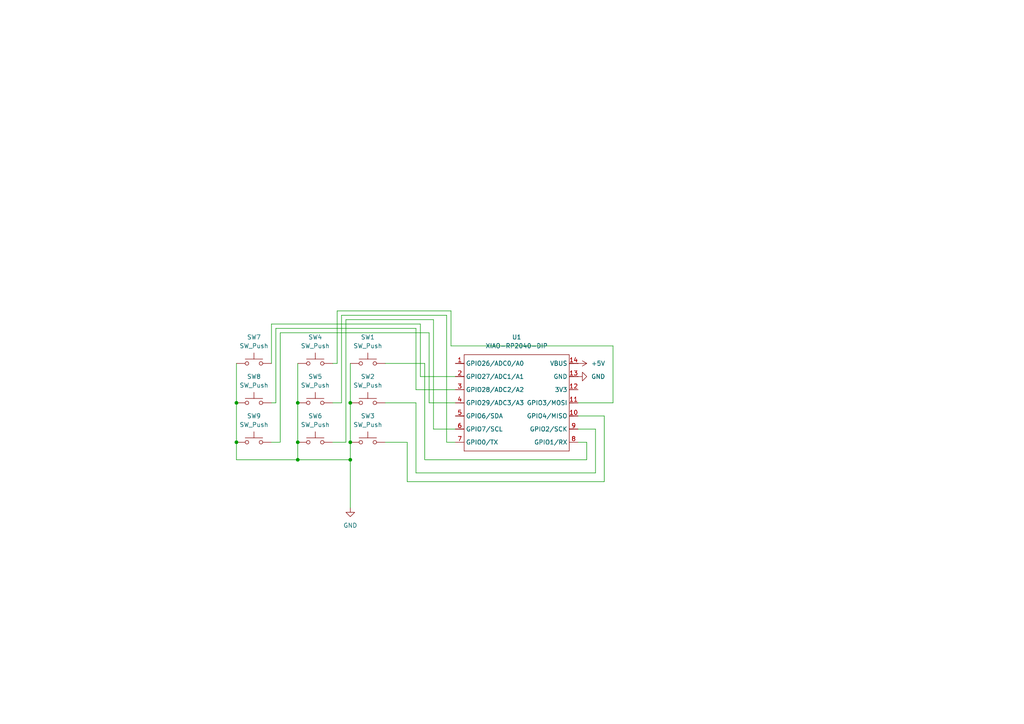
<source format=kicad_sch>
(kicad_sch
	(version 20250114)
	(generator "eeschema")
	(generator_version "9.0")
	(uuid "9524a3da-29da-415f-a8e8-1ce9e6eeb7b5")
	(paper "A4")
	(lib_symbols
		(symbol "Seeed_Studio_XIAO_Series:XIAO-RP2040-DIP"
			(exclude_from_sim no)
			(in_bom yes)
			(on_board yes)
			(property "Reference" "U"
				(at 0 0 0)
				(effects
					(font
						(size 1.27 1.27)
					)
				)
			)
			(property "Value" "XIAO-RP2040-DIP"
				(at 5.334 -1.778 0)
				(effects
					(font
						(size 1.27 1.27)
					)
				)
			)
			(property "Footprint" "Module:MOUDLE14P-XIAO-DIP-SMD"
				(at 14.478 -32.258 0)
				(effects
					(font
						(size 1.27 1.27)
					)
					(hide yes)
				)
			)
			(property "Datasheet" ""
				(at 0 0 0)
				(effects
					(font
						(size 1.27 1.27)
					)
					(hide yes)
				)
			)
			(property "Description" ""
				(at 0 0 0)
				(effects
					(font
						(size 1.27 1.27)
					)
					(hide yes)
				)
			)
			(symbol "XIAO-RP2040-DIP_1_0"
				(polyline
					(pts
						(xy -1.27 -2.54) (xy 29.21 -2.54)
					)
					(stroke
						(width 0.1524)
						(type solid)
					)
					(fill
						(type none)
					)
				)
				(polyline
					(pts
						(xy -1.27 -5.08) (xy -2.54 -5.08)
					)
					(stroke
						(width 0.1524)
						(type solid)
					)
					(fill
						(type none)
					)
				)
				(polyline
					(pts
						(xy -1.27 -5.08) (xy -1.27 -2.54)
					)
					(stroke
						(width 0.1524)
						(type solid)
					)
					(fill
						(type none)
					)
				)
				(polyline
					(pts
						(xy -1.27 -8.89) (xy -2.54 -8.89)
					)
					(stroke
						(width 0.1524)
						(type solid)
					)
					(fill
						(type none)
					)
				)
				(polyline
					(pts
						(xy -1.27 -8.89) (xy -1.27 -5.08)
					)
					(stroke
						(width 0.1524)
						(type solid)
					)
					(fill
						(type none)
					)
				)
				(polyline
					(pts
						(xy -1.27 -12.7) (xy -2.54 -12.7)
					)
					(stroke
						(width 0.1524)
						(type solid)
					)
					(fill
						(type none)
					)
				)
				(polyline
					(pts
						(xy -1.27 -12.7) (xy -1.27 -8.89)
					)
					(stroke
						(width 0.1524)
						(type solid)
					)
					(fill
						(type none)
					)
				)
				(polyline
					(pts
						(xy -1.27 -16.51) (xy -2.54 -16.51)
					)
					(stroke
						(width 0.1524)
						(type solid)
					)
					(fill
						(type none)
					)
				)
				(polyline
					(pts
						(xy -1.27 -16.51) (xy -1.27 -12.7)
					)
					(stroke
						(width 0.1524)
						(type solid)
					)
					(fill
						(type none)
					)
				)
				(polyline
					(pts
						(xy -1.27 -20.32) (xy -2.54 -20.32)
					)
					(stroke
						(width 0.1524)
						(type solid)
					)
					(fill
						(type none)
					)
				)
				(polyline
					(pts
						(xy -1.27 -24.13) (xy -2.54 -24.13)
					)
					(stroke
						(width 0.1524)
						(type solid)
					)
					(fill
						(type none)
					)
				)
				(polyline
					(pts
						(xy -1.27 -27.94) (xy -2.54 -27.94)
					)
					(stroke
						(width 0.1524)
						(type solid)
					)
					(fill
						(type none)
					)
				)
				(polyline
					(pts
						(xy -1.27 -30.48) (xy -1.27 -16.51)
					)
					(stroke
						(width 0.1524)
						(type solid)
					)
					(fill
						(type none)
					)
				)
				(polyline
					(pts
						(xy 29.21 -2.54) (xy 29.21 -5.08)
					)
					(stroke
						(width 0.1524)
						(type solid)
					)
					(fill
						(type none)
					)
				)
				(polyline
					(pts
						(xy 29.21 -5.08) (xy 29.21 -8.89)
					)
					(stroke
						(width 0.1524)
						(type solid)
					)
					(fill
						(type none)
					)
				)
				(polyline
					(pts
						(xy 29.21 -8.89) (xy 29.21 -12.7)
					)
					(stroke
						(width 0.1524)
						(type solid)
					)
					(fill
						(type none)
					)
				)
				(polyline
					(pts
						(xy 29.21 -12.7) (xy 29.21 -30.48)
					)
					(stroke
						(width 0.1524)
						(type solid)
					)
					(fill
						(type none)
					)
				)
				(polyline
					(pts
						(xy 29.21 -30.48) (xy -1.27 -30.48)
					)
					(stroke
						(width 0.1524)
						(type solid)
					)
					(fill
						(type none)
					)
				)
				(polyline
					(pts
						(xy 30.48 -5.08) (xy 29.21 -5.08)
					)
					(stroke
						(width 0.1524)
						(type solid)
					)
					(fill
						(type none)
					)
				)
				(polyline
					(pts
						(xy 30.48 -8.89) (xy 29.21 -8.89)
					)
					(stroke
						(width 0.1524)
						(type solid)
					)
					(fill
						(type none)
					)
				)
				(polyline
					(pts
						(xy 30.48 -12.7) (xy 29.21 -12.7)
					)
					(stroke
						(width 0.1524)
						(type solid)
					)
					(fill
						(type none)
					)
				)
				(polyline
					(pts
						(xy 30.48 -16.51) (xy 29.21 -16.51)
					)
					(stroke
						(width 0.1524)
						(type solid)
					)
					(fill
						(type none)
					)
				)
				(polyline
					(pts
						(xy 30.48 -20.32) (xy 29.21 -20.32)
					)
					(stroke
						(width 0.1524)
						(type solid)
					)
					(fill
						(type none)
					)
				)
				(polyline
					(pts
						(xy 30.48 -24.13) (xy 29.21 -24.13)
					)
					(stroke
						(width 0.1524)
						(type solid)
					)
					(fill
						(type none)
					)
				)
				(polyline
					(pts
						(xy 30.48 -27.94) (xy 29.21 -27.94)
					)
					(stroke
						(width 0.1524)
						(type solid)
					)
					(fill
						(type none)
					)
				)
				(pin passive line
					(at -3.81 -5.08 0)
					(length 2.54)
					(name "GPIO26/ADC0/A0"
						(effects
							(font
								(size 1.27 1.27)
							)
						)
					)
					(number "1"
						(effects
							(font
								(size 1.27 1.27)
							)
						)
					)
				)
				(pin passive line
					(at -3.81 -8.89 0)
					(length 2.54)
					(name "GPIO27/ADC1/A1"
						(effects
							(font
								(size 1.27 1.27)
							)
						)
					)
					(number "2"
						(effects
							(font
								(size 1.27 1.27)
							)
						)
					)
				)
				(pin passive line
					(at -3.81 -12.7 0)
					(length 2.54)
					(name "GPIO28/ADC2/A2"
						(effects
							(font
								(size 1.27 1.27)
							)
						)
					)
					(number "3"
						(effects
							(font
								(size 1.27 1.27)
							)
						)
					)
				)
				(pin passive line
					(at -3.81 -16.51 0)
					(length 2.54)
					(name "GPIO29/ADC3/A3"
						(effects
							(font
								(size 1.27 1.27)
							)
						)
					)
					(number "4"
						(effects
							(font
								(size 1.27 1.27)
							)
						)
					)
				)
				(pin passive line
					(at -3.81 -20.32 0)
					(length 2.54)
					(name "GPIO6/SDA"
						(effects
							(font
								(size 1.27 1.27)
							)
						)
					)
					(number "5"
						(effects
							(font
								(size 1.27 1.27)
							)
						)
					)
				)
				(pin passive line
					(at -3.81 -24.13 0)
					(length 2.54)
					(name "GPIO7/SCL"
						(effects
							(font
								(size 1.27 1.27)
							)
						)
					)
					(number "6"
						(effects
							(font
								(size 1.27 1.27)
							)
						)
					)
				)
				(pin passive line
					(at -3.81 -27.94 0)
					(length 2.54)
					(name "GPIO0/TX"
						(effects
							(font
								(size 1.27 1.27)
							)
						)
					)
					(number "7"
						(effects
							(font
								(size 1.27 1.27)
							)
						)
					)
				)
				(pin passive line
					(at 31.75 -5.08 180)
					(length 2.54)
					(name "VBUS"
						(effects
							(font
								(size 1.27 1.27)
							)
						)
					)
					(number "14"
						(effects
							(font
								(size 1.27 1.27)
							)
						)
					)
				)
				(pin passive line
					(at 31.75 -8.89 180)
					(length 2.54)
					(name "GND"
						(effects
							(font
								(size 1.27 1.27)
							)
						)
					)
					(number "13"
						(effects
							(font
								(size 1.27 1.27)
							)
						)
					)
				)
				(pin passive line
					(at 31.75 -12.7 180)
					(length 2.54)
					(name "3V3"
						(effects
							(font
								(size 1.27 1.27)
							)
						)
					)
					(number "12"
						(effects
							(font
								(size 1.27 1.27)
							)
						)
					)
				)
				(pin passive line
					(at 31.75 -16.51 180)
					(length 2.54)
					(name "GPIO3/MOSI"
						(effects
							(font
								(size 1.27 1.27)
							)
						)
					)
					(number "11"
						(effects
							(font
								(size 1.27 1.27)
							)
						)
					)
				)
				(pin passive line
					(at 31.75 -20.32 180)
					(length 2.54)
					(name "GPIO4/MISO"
						(effects
							(font
								(size 1.27 1.27)
							)
						)
					)
					(number "10"
						(effects
							(font
								(size 1.27 1.27)
							)
						)
					)
				)
				(pin passive line
					(at 31.75 -24.13 180)
					(length 2.54)
					(name "GPIO2/SCK"
						(effects
							(font
								(size 1.27 1.27)
							)
						)
					)
					(number "9"
						(effects
							(font
								(size 1.27 1.27)
							)
						)
					)
				)
				(pin passive line
					(at 31.75 -27.94 180)
					(length 2.54)
					(name "GPIO1/RX"
						(effects
							(font
								(size 1.27 1.27)
							)
						)
					)
					(number "8"
						(effects
							(font
								(size 1.27 1.27)
							)
						)
					)
				)
			)
			(embedded_fonts no)
		)
		(symbol "Switch:SW_Push"
			(pin_numbers
				(hide yes)
			)
			(pin_names
				(offset 1.016)
				(hide yes)
			)
			(exclude_from_sim no)
			(in_bom yes)
			(on_board yes)
			(property "Reference" "SW"
				(at 1.27 2.54 0)
				(effects
					(font
						(size 1.27 1.27)
					)
					(justify left)
				)
			)
			(property "Value" "SW_Push"
				(at 0 -1.524 0)
				(effects
					(font
						(size 1.27 1.27)
					)
				)
			)
			(property "Footprint" ""
				(at 0 5.08 0)
				(effects
					(font
						(size 1.27 1.27)
					)
					(hide yes)
				)
			)
			(property "Datasheet" "~"
				(at 0 5.08 0)
				(effects
					(font
						(size 1.27 1.27)
					)
					(hide yes)
				)
			)
			(property "Description" "Push button switch, generic, two pins"
				(at 0 0 0)
				(effects
					(font
						(size 1.27 1.27)
					)
					(hide yes)
				)
			)
			(property "ki_keywords" "switch normally-open pushbutton push-button"
				(at 0 0 0)
				(effects
					(font
						(size 1.27 1.27)
					)
					(hide yes)
				)
			)
			(symbol "SW_Push_0_1"
				(circle
					(center -2.032 0)
					(radius 0.508)
					(stroke
						(width 0)
						(type default)
					)
					(fill
						(type none)
					)
				)
				(polyline
					(pts
						(xy 0 1.27) (xy 0 3.048)
					)
					(stroke
						(width 0)
						(type default)
					)
					(fill
						(type none)
					)
				)
				(circle
					(center 2.032 0)
					(radius 0.508)
					(stroke
						(width 0)
						(type default)
					)
					(fill
						(type none)
					)
				)
				(polyline
					(pts
						(xy 2.54 1.27) (xy -2.54 1.27)
					)
					(stroke
						(width 0)
						(type default)
					)
					(fill
						(type none)
					)
				)
				(pin passive line
					(at -5.08 0 0)
					(length 2.54)
					(name "1"
						(effects
							(font
								(size 1.27 1.27)
							)
						)
					)
					(number "1"
						(effects
							(font
								(size 1.27 1.27)
							)
						)
					)
				)
				(pin passive line
					(at 5.08 0 180)
					(length 2.54)
					(name "2"
						(effects
							(font
								(size 1.27 1.27)
							)
						)
					)
					(number "2"
						(effects
							(font
								(size 1.27 1.27)
							)
						)
					)
				)
			)
			(embedded_fonts no)
		)
		(symbol "power:+5V"
			(power)
			(pin_numbers
				(hide yes)
			)
			(pin_names
				(offset 0)
				(hide yes)
			)
			(exclude_from_sim no)
			(in_bom yes)
			(on_board yes)
			(property "Reference" "#PWR"
				(at 0 -3.81 0)
				(effects
					(font
						(size 1.27 1.27)
					)
					(hide yes)
				)
			)
			(property "Value" "+5V"
				(at 0 3.556 0)
				(effects
					(font
						(size 1.27 1.27)
					)
				)
			)
			(property "Footprint" ""
				(at 0 0 0)
				(effects
					(font
						(size 1.27 1.27)
					)
					(hide yes)
				)
			)
			(property "Datasheet" ""
				(at 0 0 0)
				(effects
					(font
						(size 1.27 1.27)
					)
					(hide yes)
				)
			)
			(property "Description" "Power symbol creates a global label with name \"+5V\""
				(at 0 0 0)
				(effects
					(font
						(size 1.27 1.27)
					)
					(hide yes)
				)
			)
			(property "ki_keywords" "global power"
				(at 0 0 0)
				(effects
					(font
						(size 1.27 1.27)
					)
					(hide yes)
				)
			)
			(symbol "+5V_0_1"
				(polyline
					(pts
						(xy -0.762 1.27) (xy 0 2.54)
					)
					(stroke
						(width 0)
						(type default)
					)
					(fill
						(type none)
					)
				)
				(polyline
					(pts
						(xy 0 2.54) (xy 0.762 1.27)
					)
					(stroke
						(width 0)
						(type default)
					)
					(fill
						(type none)
					)
				)
				(polyline
					(pts
						(xy 0 0) (xy 0 2.54)
					)
					(stroke
						(width 0)
						(type default)
					)
					(fill
						(type none)
					)
				)
			)
			(symbol "+5V_1_1"
				(pin power_in line
					(at 0 0 90)
					(length 0)
					(name "~"
						(effects
							(font
								(size 1.27 1.27)
							)
						)
					)
					(number "1"
						(effects
							(font
								(size 1.27 1.27)
							)
						)
					)
				)
			)
			(embedded_fonts no)
		)
		(symbol "power:GND"
			(power)
			(pin_numbers
				(hide yes)
			)
			(pin_names
				(offset 0)
				(hide yes)
			)
			(exclude_from_sim no)
			(in_bom yes)
			(on_board yes)
			(property "Reference" "#PWR"
				(at 0 -6.35 0)
				(effects
					(font
						(size 1.27 1.27)
					)
					(hide yes)
				)
			)
			(property "Value" "GND"
				(at 0 -3.81 0)
				(effects
					(font
						(size 1.27 1.27)
					)
				)
			)
			(property "Footprint" ""
				(at 0 0 0)
				(effects
					(font
						(size 1.27 1.27)
					)
					(hide yes)
				)
			)
			(property "Datasheet" ""
				(at 0 0 0)
				(effects
					(font
						(size 1.27 1.27)
					)
					(hide yes)
				)
			)
			(property "Description" "Power symbol creates a global label with name \"GND\" , ground"
				(at 0 0 0)
				(effects
					(font
						(size 1.27 1.27)
					)
					(hide yes)
				)
			)
			(property "ki_keywords" "global power"
				(at 0 0 0)
				(effects
					(font
						(size 1.27 1.27)
					)
					(hide yes)
				)
			)
			(symbol "GND_0_1"
				(polyline
					(pts
						(xy 0 0) (xy 0 -1.27) (xy 1.27 -1.27) (xy 0 -2.54) (xy -1.27 -1.27) (xy 0 -1.27)
					)
					(stroke
						(width 0)
						(type default)
					)
					(fill
						(type none)
					)
				)
			)
			(symbol "GND_1_1"
				(pin power_in line
					(at 0 0 270)
					(length 0)
					(name "~"
						(effects
							(font
								(size 1.27 1.27)
							)
						)
					)
					(number "1"
						(effects
							(font
								(size 1.27 1.27)
							)
						)
					)
				)
			)
			(embedded_fonts no)
		)
	)
	(junction
		(at 86.36 133.35)
		(diameter 0)
		(color 0 0 0 0)
		(uuid "40c979ba-9ac9-4149-a35a-7ec471a734ae")
	)
	(junction
		(at 86.36 128.27)
		(diameter 0)
		(color 0 0 0 0)
		(uuid "5739b82c-8b1d-4ab6-82f1-db1c9aed172b")
	)
	(junction
		(at 101.6 133.35)
		(diameter 0)
		(color 0 0 0 0)
		(uuid "57ee8e31-b135-49dd-81f6-8259920e2cee")
	)
	(junction
		(at 68.58 128.27)
		(diameter 0)
		(color 0 0 0 0)
		(uuid "9f5f2333-ae02-4d75-8680-d6b99b371c48")
	)
	(junction
		(at 101.6 128.27)
		(diameter 0)
		(color 0 0 0 0)
		(uuid "becaece2-897e-49b1-bd81-46cf17a35d65")
	)
	(junction
		(at 101.6 116.84)
		(diameter 0)
		(color 0 0 0 0)
		(uuid "d501a653-a946-4bec-8ed5-5b0d631f2d75")
	)
	(junction
		(at 68.58 116.84)
		(diameter 0)
		(color 0 0 0 0)
		(uuid "d6f96ecb-1fdd-4a57-b85a-b7a4ff254f28")
	)
	(junction
		(at 86.36 116.84)
		(diameter 0)
		(color 0 0 0 0)
		(uuid "f9676b03-87d0-4afb-ae28-6ef47e3ed45f")
	)
	(wire
		(pts
			(xy 124.46 96.52) (xy 124.46 116.84)
		)
		(stroke
			(width 0)
			(type default)
		)
		(uuid "0230e431-fd20-4284-a24e-034888c914b9")
	)
	(wire
		(pts
			(xy 111.76 128.27) (xy 118.11 128.27)
		)
		(stroke
			(width 0)
			(type default)
		)
		(uuid "03e078bc-8cac-455d-85b6-e9d29dd6ff6e")
	)
	(wire
		(pts
			(xy 120.65 95.25) (xy 120.65 113.03)
		)
		(stroke
			(width 0)
			(type default)
		)
		(uuid "12fec268-9b4d-4045-985b-2ff4de2178bb")
	)
	(wire
		(pts
			(xy 129.54 91.44) (xy 129.54 128.27)
		)
		(stroke
			(width 0)
			(type default)
		)
		(uuid "130f8d60-ff27-45e7-ba02-219f700d76c5")
	)
	(wire
		(pts
			(xy 177.8 116.84) (xy 167.64 116.84)
		)
		(stroke
			(width 0)
			(type default)
		)
		(uuid "1aed709f-1068-44dd-966d-26d9c7fde812")
	)
	(wire
		(pts
			(xy 175.26 139.7) (xy 175.26 120.65)
		)
		(stroke
			(width 0)
			(type default)
		)
		(uuid "1c1aaa90-4f96-45dc-b143-7dd58c0a474b")
	)
	(wire
		(pts
			(xy 86.36 105.41) (xy 86.36 116.84)
		)
		(stroke
			(width 0)
			(type default)
		)
		(uuid "1c6dc359-51ee-491f-b035-15ac5792dcf6")
	)
	(wire
		(pts
			(xy 100.33 92.71) (xy 125.73 92.71)
		)
		(stroke
			(width 0)
			(type default)
		)
		(uuid "21737f61-0cfe-447e-bce6-516547931789")
	)
	(wire
		(pts
			(xy 172.72 124.46) (xy 167.64 124.46)
		)
		(stroke
			(width 0)
			(type default)
		)
		(uuid "28cdaf7f-5112-47d8-87b2-6e7bd73410e3")
	)
	(wire
		(pts
			(xy 99.06 91.44) (xy 99.06 116.84)
		)
		(stroke
			(width 0)
			(type default)
		)
		(uuid "2a2f0f9a-0bfd-495e-9f1a-47d29c6bde71")
	)
	(wire
		(pts
			(xy 175.26 120.65) (xy 167.64 120.65)
		)
		(stroke
			(width 0)
			(type default)
		)
		(uuid "4481782c-647f-4ec4-9d94-cf4ad6465808")
	)
	(wire
		(pts
			(xy 80.01 116.84) (xy 80.01 95.25)
		)
		(stroke
			(width 0)
			(type default)
		)
		(uuid "453c8c14-39e1-4532-85e9-7cda33148609")
	)
	(wire
		(pts
			(xy 101.6 116.84) (xy 101.6 128.27)
		)
		(stroke
			(width 0)
			(type default)
		)
		(uuid "4a816726-7872-4a74-8d50-1df5999b0c59")
	)
	(wire
		(pts
			(xy 97.79 90.17) (xy 97.79 105.41)
		)
		(stroke
			(width 0)
			(type default)
		)
		(uuid "4c2892fd-7b3b-4a7a-8093-aee90558f5c4")
	)
	(wire
		(pts
			(xy 68.58 105.41) (xy 68.58 116.84)
		)
		(stroke
			(width 0)
			(type default)
		)
		(uuid "5b3f14ea-00b1-4df1-a8c3-0ec4e9a030cb")
	)
	(wire
		(pts
			(xy 130.81 100.33) (xy 177.8 100.33)
		)
		(stroke
			(width 0)
			(type default)
		)
		(uuid "5b59bf36-58ab-42e4-97a3-68a4ffbd845b")
	)
	(wire
		(pts
			(xy 124.46 116.84) (xy 132.08 116.84)
		)
		(stroke
			(width 0)
			(type default)
		)
		(uuid "5dcb648d-2151-4e8e-ba3e-ae0dd0160ec9")
	)
	(wire
		(pts
			(xy 172.72 137.16) (xy 172.72 124.46)
		)
		(stroke
			(width 0)
			(type default)
		)
		(uuid "63efa4fa-85af-4207-b0c1-9d0ec0c6488a")
	)
	(wire
		(pts
			(xy 120.65 116.84) (xy 120.65 137.16)
		)
		(stroke
			(width 0)
			(type default)
		)
		(uuid "645fcfa8-eb5f-422e-ba18-af1b572942fb")
	)
	(wire
		(pts
			(xy 118.11 128.27) (xy 118.11 139.7)
		)
		(stroke
			(width 0)
			(type default)
		)
		(uuid "66db32aa-07bb-469b-9025-33143ccc6500")
	)
	(wire
		(pts
			(xy 123.19 133.35) (xy 170.18 133.35)
		)
		(stroke
			(width 0)
			(type default)
		)
		(uuid "6ad73cc8-b425-4f4c-a04b-b457edba253a")
	)
	(wire
		(pts
			(xy 123.19 105.41) (xy 123.19 133.35)
		)
		(stroke
			(width 0)
			(type default)
		)
		(uuid "6b1d604a-874a-451c-b210-08a532d0b3cc")
	)
	(wire
		(pts
			(xy 80.01 95.25) (xy 120.65 95.25)
		)
		(stroke
			(width 0)
			(type default)
		)
		(uuid "705bc278-695a-4758-8154-766d8ac20d76")
	)
	(wire
		(pts
			(xy 118.11 139.7) (xy 175.26 139.7)
		)
		(stroke
			(width 0)
			(type default)
		)
		(uuid "7187cfb1-9929-4eb7-ac89-9dbef3ed8dd9")
	)
	(wire
		(pts
			(xy 129.54 128.27) (xy 132.08 128.27)
		)
		(stroke
			(width 0)
			(type default)
		)
		(uuid "7bd46434-f0e8-46b8-91ac-29a5543fe7c0")
	)
	(wire
		(pts
			(xy 81.28 96.52) (xy 124.46 96.52)
		)
		(stroke
			(width 0)
			(type default)
		)
		(uuid "80101a27-2876-4969-959a-a23f954583ac")
	)
	(wire
		(pts
			(xy 121.92 109.22) (xy 132.08 109.22)
		)
		(stroke
			(width 0)
			(type default)
		)
		(uuid "8174456c-3be0-4bdd-a67a-a5a26ffd9d7d")
	)
	(wire
		(pts
			(xy 86.36 116.84) (xy 86.36 128.27)
		)
		(stroke
			(width 0)
			(type default)
		)
		(uuid "872bd009-8481-48dc-a881-37c2f603ec2f")
	)
	(wire
		(pts
			(xy 101.6 105.41) (xy 101.6 116.84)
		)
		(stroke
			(width 0)
			(type default)
		)
		(uuid "8808f501-cf65-4cfd-b69a-52903580983a")
	)
	(wire
		(pts
			(xy 99.06 91.44) (xy 129.54 91.44)
		)
		(stroke
			(width 0)
			(type default)
		)
		(uuid "8df9c881-a236-49ae-a1a1-2e0d52ae9cea")
	)
	(wire
		(pts
			(xy 68.58 133.35) (xy 86.36 133.35)
		)
		(stroke
			(width 0)
			(type default)
		)
		(uuid "8e59083a-1b82-4bf9-a4d6-5e0705443a1f")
	)
	(wire
		(pts
			(xy 68.58 116.84) (xy 68.58 128.27)
		)
		(stroke
			(width 0)
			(type default)
		)
		(uuid "96fc0007-5297-4443-99a4-ad3d38200cf9")
	)
	(wire
		(pts
			(xy 78.74 116.84) (xy 80.01 116.84)
		)
		(stroke
			(width 0)
			(type default)
		)
		(uuid "98c75953-8560-44f1-93fd-cec136830ba6")
	)
	(wire
		(pts
			(xy 111.76 116.84) (xy 120.65 116.84)
		)
		(stroke
			(width 0)
			(type default)
		)
		(uuid "a0e347a7-99b3-4e2a-87c7-8c2bde428cb7")
	)
	(wire
		(pts
			(xy 120.65 113.03) (xy 132.08 113.03)
		)
		(stroke
			(width 0)
			(type default)
		)
		(uuid "ac5850d7-76d6-499a-b3df-848084ceb2ef")
	)
	(wire
		(pts
			(xy 96.52 128.27) (xy 100.33 128.27)
		)
		(stroke
			(width 0)
			(type default)
		)
		(uuid "b07e2b09-38dd-4b27-8161-34304874c257")
	)
	(wire
		(pts
			(xy 78.74 93.98) (xy 121.92 93.98)
		)
		(stroke
			(width 0)
			(type default)
		)
		(uuid "b1096f7e-1427-496a-831c-0756ef275221")
	)
	(wire
		(pts
			(xy 86.36 133.35) (xy 101.6 133.35)
		)
		(stroke
			(width 0)
			(type default)
		)
		(uuid "b3b48481-bbf1-4d72-8efc-0728ea0727c0")
	)
	(wire
		(pts
			(xy 120.65 137.16) (xy 172.72 137.16)
		)
		(stroke
			(width 0)
			(type default)
		)
		(uuid "b4a51f08-f711-4840-b1a8-95fe003b3cba")
	)
	(wire
		(pts
			(xy 125.73 92.71) (xy 125.73 124.46)
		)
		(stroke
			(width 0)
			(type default)
		)
		(uuid "bd9f146a-35f9-4999-afa1-6e6576888f2f")
	)
	(wire
		(pts
			(xy 101.6 133.35) (xy 101.6 147.32)
		)
		(stroke
			(width 0)
			(type default)
		)
		(uuid "bdff337a-2e6b-433f-8dbc-7e06c2974ca0")
	)
	(wire
		(pts
			(xy 96.52 105.41) (xy 97.79 105.41)
		)
		(stroke
			(width 0)
			(type default)
		)
		(uuid "c54cc9fc-bfc6-4d0d-8bb0-533607a5d937")
	)
	(wire
		(pts
			(xy 86.36 128.27) (xy 86.36 133.35)
		)
		(stroke
			(width 0)
			(type default)
		)
		(uuid "c771902d-fadc-4ad1-809f-3044c950586a")
	)
	(wire
		(pts
			(xy 78.74 105.41) (xy 78.74 93.98)
		)
		(stroke
			(width 0)
			(type default)
		)
		(uuid "c77bc120-4e9e-46ac-9ece-6f8e85703cba")
	)
	(wire
		(pts
			(xy 111.76 105.41) (xy 123.19 105.41)
		)
		(stroke
			(width 0)
			(type default)
		)
		(uuid "c9ccc866-1ea1-4376-95b5-f54faa7ec804")
	)
	(wire
		(pts
			(xy 78.74 128.27) (xy 81.28 128.27)
		)
		(stroke
			(width 0)
			(type default)
		)
		(uuid "d3a0fda2-42e9-4885-adc9-1e1784b29b25")
	)
	(wire
		(pts
			(xy 125.73 124.46) (xy 132.08 124.46)
		)
		(stroke
			(width 0)
			(type default)
		)
		(uuid "d7d3d381-01ca-47a0-a62b-c17cabd62854")
	)
	(wire
		(pts
			(xy 170.18 128.27) (xy 167.64 128.27)
		)
		(stroke
			(width 0)
			(type default)
		)
		(uuid "e3959c1b-c7d6-4fa7-9b68-9e1cba5d1260")
	)
	(wire
		(pts
			(xy 81.28 128.27) (xy 81.28 96.52)
		)
		(stroke
			(width 0)
			(type default)
		)
		(uuid "e60d816f-afec-4b0a-bffd-86cf54cd120a")
	)
	(wire
		(pts
			(xy 68.58 128.27) (xy 68.58 133.35)
		)
		(stroke
			(width 0)
			(type default)
		)
		(uuid "eb1a348b-22bb-4d62-971f-b4357372df69")
	)
	(wire
		(pts
			(xy 130.81 90.17) (xy 130.81 100.33)
		)
		(stroke
			(width 0)
			(type default)
		)
		(uuid "ef360eb6-3e13-426b-8275-48f9184f2ac5")
	)
	(wire
		(pts
			(xy 96.52 116.84) (xy 99.06 116.84)
		)
		(stroke
			(width 0)
			(type default)
		)
		(uuid "ef9889d6-4b70-47e9-b5d5-9f8193a37f30")
	)
	(wire
		(pts
			(xy 100.33 92.71) (xy 100.33 128.27)
		)
		(stroke
			(width 0)
			(type default)
		)
		(uuid "f421a533-1279-47c3-bca9-0c16cee6bf18")
	)
	(wire
		(pts
			(xy 170.18 133.35) (xy 170.18 128.27)
		)
		(stroke
			(width 0)
			(type default)
		)
		(uuid "f4f29754-796d-451f-a040-84880b55d38b")
	)
	(wire
		(pts
			(xy 97.79 90.17) (xy 130.81 90.17)
		)
		(stroke
			(width 0)
			(type default)
		)
		(uuid "fa37f7c0-228f-431f-8e59-c4f76f8d0fc1")
	)
	(wire
		(pts
			(xy 121.92 93.98) (xy 121.92 109.22)
		)
		(stroke
			(width 0)
			(type default)
		)
		(uuid "faaedc3f-a23b-41dc-a80a-47f8f06b9ad3")
	)
	(wire
		(pts
			(xy 177.8 100.33) (xy 177.8 116.84)
		)
		(stroke
			(width 0)
			(type default)
		)
		(uuid "fb183a1b-699a-41ee-91e9-694aed7c373e")
	)
	(wire
		(pts
			(xy 101.6 128.27) (xy 101.6 133.35)
		)
		(stroke
			(width 0)
			(type default)
		)
		(uuid "fce4fc85-9029-4122-a6a6-a0ffae29303f")
	)
	(symbol
		(lib_id "Switch:SW_Push")
		(at 73.66 128.27 0)
		(unit 1)
		(exclude_from_sim no)
		(in_bom yes)
		(on_board yes)
		(dnp no)
		(fields_autoplaced yes)
		(uuid "07fa4a8b-8921-4d2a-a449-8c19d88c7794")
		(property "Reference" "SW9"
			(at 73.66 120.65 0)
			(effects
				(font
					(size 1.27 1.27)
				)
			)
		)
		(property "Value" "SW_Push"
			(at 73.66 123.19 0)
			(effects
				(font
					(size 1.27 1.27)
				)
			)
		)
		(property "Footprint" "Button_Switch_Keyboard:SW_Cherry_MX_1.00u_PCB"
			(at 73.66 123.19 0)
			(effects
				(font
					(size 1.27 1.27)
				)
				(hide yes)
			)
		)
		(property "Datasheet" "~"
			(at 73.66 123.19 0)
			(effects
				(font
					(size 1.27 1.27)
				)
				(hide yes)
			)
		)
		(property "Description" "Push button switch, generic, two pins"
			(at 73.66 128.27 0)
			(effects
				(font
					(size 1.27 1.27)
				)
				(hide yes)
			)
		)
		(pin "2"
			(uuid "b568d54b-cdec-4bcf-b55b-e5a0f26b4e31")
		)
		(pin "1"
			(uuid "92651ceb-b594-4190-9872-bba38c20e43a")
		)
		(instances
			(project "packpad"
				(path "/9524a3da-29da-415f-a8e8-1ce9e6eeb7b5"
					(reference "SW9")
					(unit 1)
				)
			)
		)
	)
	(symbol
		(lib_id "Switch:SW_Push")
		(at 91.44 128.27 0)
		(unit 1)
		(exclude_from_sim no)
		(in_bom yes)
		(on_board yes)
		(dnp no)
		(fields_autoplaced yes)
		(uuid "1a2804c8-6dd3-4b65-b4fd-771521cb3705")
		(property "Reference" "SW6"
			(at 91.44 120.65 0)
			(effects
				(font
					(size 1.27 1.27)
				)
			)
		)
		(property "Value" "SW_Push"
			(at 91.44 123.19 0)
			(effects
				(font
					(size 1.27 1.27)
				)
			)
		)
		(property "Footprint" "Button_Switch_Keyboard:SW_Cherry_MX_1.00u_PCB"
			(at 91.44 123.19 0)
			(effects
				(font
					(size 1.27 1.27)
				)
				(hide yes)
			)
		)
		(property "Datasheet" "~"
			(at 91.44 123.19 0)
			(effects
				(font
					(size 1.27 1.27)
				)
				(hide yes)
			)
		)
		(property "Description" "Push button switch, generic, two pins"
			(at 91.44 128.27 0)
			(effects
				(font
					(size 1.27 1.27)
				)
				(hide yes)
			)
		)
		(pin "2"
			(uuid "d4e040c0-dcf8-490b-af12-03f035e51685")
		)
		(pin "1"
			(uuid "bff58e89-faad-4828-b67d-c534dfcbb53f")
		)
		(instances
			(project "packpad"
				(path "/9524a3da-29da-415f-a8e8-1ce9e6eeb7b5"
					(reference "SW6")
					(unit 1)
				)
			)
		)
	)
	(symbol
		(lib_id "power:GND")
		(at 167.64 109.22 90)
		(unit 1)
		(exclude_from_sim no)
		(in_bom yes)
		(on_board yes)
		(dnp no)
		(fields_autoplaced yes)
		(uuid "355a4165-5cfd-4e11-b33b-81f1f44a4376")
		(property "Reference" "#PWR02"
			(at 173.99 109.22 0)
			(effects
				(font
					(size 1.27 1.27)
				)
				(hide yes)
			)
		)
		(property "Value" "GND"
			(at 171.45 109.2199 90)
			(effects
				(font
					(size 1.27 1.27)
				)
				(justify right)
			)
		)
		(property "Footprint" ""
			(at 167.64 109.22 0)
			(effects
				(font
					(size 1.27 1.27)
				)
				(hide yes)
			)
		)
		(property "Datasheet" ""
			(at 167.64 109.22 0)
			(effects
				(font
					(size 1.27 1.27)
				)
				(hide yes)
			)
		)
		(property "Description" "Power symbol creates a global label with name \"GND\" , ground"
			(at 167.64 109.22 0)
			(effects
				(font
					(size 1.27 1.27)
				)
				(hide yes)
			)
		)
		(pin "1"
			(uuid "df167252-eae6-46be-9fa1-1dcaf9ca4eac")
		)
		(instances
			(project "packpad"
				(path "/9524a3da-29da-415f-a8e8-1ce9e6eeb7b5"
					(reference "#PWR02")
					(unit 1)
				)
			)
		)
	)
	(symbol
		(lib_id "Switch:SW_Push")
		(at 73.66 105.41 0)
		(unit 1)
		(exclude_from_sim no)
		(in_bom yes)
		(on_board yes)
		(dnp no)
		(fields_autoplaced yes)
		(uuid "39bf9035-ceb2-49e1-99fd-7bbbeddfcd73")
		(property "Reference" "SW7"
			(at 73.66 97.79 0)
			(effects
				(font
					(size 1.27 1.27)
				)
			)
		)
		(property "Value" "SW_Push"
			(at 73.66 100.33 0)
			(effects
				(font
					(size 1.27 1.27)
				)
			)
		)
		(property "Footprint" "Button_Switch_Keyboard:SW_Cherry_MX_1.00u_PCB"
			(at 73.66 100.33 0)
			(effects
				(font
					(size 1.27 1.27)
				)
				(hide yes)
			)
		)
		(property "Datasheet" "~"
			(at 73.66 100.33 0)
			(effects
				(font
					(size 1.27 1.27)
				)
				(hide yes)
			)
		)
		(property "Description" "Push button switch, generic, two pins"
			(at 73.66 105.41 0)
			(effects
				(font
					(size 1.27 1.27)
				)
				(hide yes)
			)
		)
		(pin "2"
			(uuid "d22d5a67-24ef-45b6-bc62-d5d4e34d0457")
		)
		(pin "1"
			(uuid "3b967a44-4a3c-4d29-82b3-92fc4b307aa3")
		)
		(instances
			(project "packpad"
				(path "/9524a3da-29da-415f-a8e8-1ce9e6eeb7b5"
					(reference "SW7")
					(unit 1)
				)
			)
		)
	)
	(symbol
		(lib_id "Switch:SW_Push")
		(at 91.44 116.84 0)
		(unit 1)
		(exclude_from_sim no)
		(in_bom yes)
		(on_board yes)
		(dnp no)
		(fields_autoplaced yes)
		(uuid "3c1c60ce-9191-48af-a9dc-17145bcc1a56")
		(property "Reference" "SW5"
			(at 91.44 109.22 0)
			(effects
				(font
					(size 1.27 1.27)
				)
			)
		)
		(property "Value" "SW_Push"
			(at 91.44 111.76 0)
			(effects
				(font
					(size 1.27 1.27)
				)
			)
		)
		(property "Footprint" "Button_Switch_Keyboard:SW_Cherry_MX_1.00u_PCB"
			(at 91.44 111.76 0)
			(effects
				(font
					(size 1.27 1.27)
				)
				(hide yes)
			)
		)
		(property "Datasheet" "~"
			(at 91.44 111.76 0)
			(effects
				(font
					(size 1.27 1.27)
				)
				(hide yes)
			)
		)
		(property "Description" "Push button switch, generic, two pins"
			(at 91.44 116.84 0)
			(effects
				(font
					(size 1.27 1.27)
				)
				(hide yes)
			)
		)
		(pin "2"
			(uuid "809c17ef-4667-4933-84f9-4759cd7dad20")
		)
		(pin "1"
			(uuid "ab781a06-819b-4bca-a7e0-f784f3c679b4")
		)
		(instances
			(project "packpad"
				(path "/9524a3da-29da-415f-a8e8-1ce9e6eeb7b5"
					(reference "SW5")
					(unit 1)
				)
			)
		)
	)
	(symbol
		(lib_id "Switch:SW_Push")
		(at 91.44 105.41 0)
		(unit 1)
		(exclude_from_sim no)
		(in_bom yes)
		(on_board yes)
		(dnp no)
		(fields_autoplaced yes)
		(uuid "604ed127-8f48-47d5-934f-b2558c627539")
		(property "Reference" "SW4"
			(at 91.44 97.79 0)
			(effects
				(font
					(size 1.27 1.27)
				)
			)
		)
		(property "Value" "SW_Push"
			(at 91.44 100.33 0)
			(effects
				(font
					(size 1.27 1.27)
				)
			)
		)
		(property "Footprint" "Button_Switch_Keyboard:SW_Cherry_MX_1.00u_PCB"
			(at 91.44 100.33 0)
			(effects
				(font
					(size 1.27 1.27)
				)
				(hide yes)
			)
		)
		(property "Datasheet" "~"
			(at 91.44 100.33 0)
			(effects
				(font
					(size 1.27 1.27)
				)
				(hide yes)
			)
		)
		(property "Description" "Push button switch, generic, two pins"
			(at 91.44 105.41 0)
			(effects
				(font
					(size 1.27 1.27)
				)
				(hide yes)
			)
		)
		(pin "2"
			(uuid "94397af2-f00b-4599-b458-15910ae008c7")
		)
		(pin "1"
			(uuid "38288e3e-c1b3-46eb-a09e-6bd01217273a")
		)
		(instances
			(project "packpad"
				(path "/9524a3da-29da-415f-a8e8-1ce9e6eeb7b5"
					(reference "SW4")
					(unit 1)
				)
			)
		)
	)
	(symbol
		(lib_id "Switch:SW_Push")
		(at 73.66 116.84 0)
		(unit 1)
		(exclude_from_sim no)
		(in_bom yes)
		(on_board yes)
		(dnp no)
		(fields_autoplaced yes)
		(uuid "6457e7ad-b471-443c-9dfd-128c3d8c19a5")
		(property "Reference" "SW8"
			(at 73.66 109.22 0)
			(effects
				(font
					(size 1.27 1.27)
				)
			)
		)
		(property "Value" "SW_Push"
			(at 73.66 111.76 0)
			(effects
				(font
					(size 1.27 1.27)
				)
			)
		)
		(property "Footprint" "Button_Switch_Keyboard:SW_Cherry_MX_1.00u_PCB"
			(at 73.66 111.76 0)
			(effects
				(font
					(size 1.27 1.27)
				)
				(hide yes)
			)
		)
		(property "Datasheet" "~"
			(at 73.66 111.76 0)
			(effects
				(font
					(size 1.27 1.27)
				)
				(hide yes)
			)
		)
		(property "Description" "Push button switch, generic, two pins"
			(at 73.66 116.84 0)
			(effects
				(font
					(size 1.27 1.27)
				)
				(hide yes)
			)
		)
		(pin "2"
			(uuid "ce9a64c1-e431-4e7c-b7be-f2ccd99ed4a7")
		)
		(pin "1"
			(uuid "d8b02a82-eebb-422f-9fe5-1da8de3fecb7")
		)
		(instances
			(project "packpad"
				(path "/9524a3da-29da-415f-a8e8-1ce9e6eeb7b5"
					(reference "SW8")
					(unit 1)
				)
			)
		)
	)
	(symbol
		(lib_id "Switch:SW_Push")
		(at 106.68 128.27 0)
		(unit 1)
		(exclude_from_sim no)
		(in_bom yes)
		(on_board yes)
		(dnp no)
		(fields_autoplaced yes)
		(uuid "a3bccdfa-6096-48f5-8210-b4b1371e9e85")
		(property "Reference" "SW3"
			(at 106.68 120.65 0)
			(effects
				(font
					(size 1.27 1.27)
				)
			)
		)
		(property "Value" "SW_Push"
			(at 106.68 123.19 0)
			(effects
				(font
					(size 1.27 1.27)
				)
			)
		)
		(property "Footprint" "Button_Switch_Keyboard:SW_Cherry_MX_1.00u_PCB"
			(at 106.68 123.19 0)
			(effects
				(font
					(size 1.27 1.27)
				)
				(hide yes)
			)
		)
		(property "Datasheet" "~"
			(at 106.68 123.19 0)
			(effects
				(font
					(size 1.27 1.27)
				)
				(hide yes)
			)
		)
		(property "Description" "Push button switch, generic, two pins"
			(at 106.68 128.27 0)
			(effects
				(font
					(size 1.27 1.27)
				)
				(hide yes)
			)
		)
		(pin "2"
			(uuid "660aa984-5aae-4ce7-9a53-478251b55d7b")
		)
		(pin "1"
			(uuid "2eca2320-a48b-4d14-94bc-f4da4523acbf")
		)
		(instances
			(project "packpad"
				(path "/9524a3da-29da-415f-a8e8-1ce9e6eeb7b5"
					(reference "SW3")
					(unit 1)
				)
			)
		)
	)
	(symbol
		(lib_id "power:GND")
		(at 101.6 147.32 0)
		(unit 1)
		(exclude_from_sim no)
		(in_bom yes)
		(on_board yes)
		(dnp no)
		(fields_autoplaced yes)
		(uuid "b22a2ce0-7d4a-4fc9-b637-2a2f77a5f099")
		(property "Reference" "#PWR01"
			(at 101.6 153.67 0)
			(effects
				(font
					(size 1.27 1.27)
				)
				(hide yes)
			)
		)
		(property "Value" "GND"
			(at 101.6 152.4 0)
			(effects
				(font
					(size 1.27 1.27)
				)
			)
		)
		(property "Footprint" ""
			(at 101.6 147.32 0)
			(effects
				(font
					(size 1.27 1.27)
				)
				(hide yes)
			)
		)
		(property "Datasheet" ""
			(at 101.6 147.32 0)
			(effects
				(font
					(size 1.27 1.27)
				)
				(hide yes)
			)
		)
		(property "Description" "Power symbol creates a global label with name \"GND\" , ground"
			(at 101.6 147.32 0)
			(effects
				(font
					(size 1.27 1.27)
				)
				(hide yes)
			)
		)
		(pin "1"
			(uuid "85be2265-483a-4396-9486-c2e54d219180")
		)
		(instances
			(project "packpad"
				(path "/9524a3da-29da-415f-a8e8-1ce9e6eeb7b5"
					(reference "#PWR01")
					(unit 1)
				)
			)
		)
	)
	(symbol
		(lib_id "power:+5V")
		(at 167.64 105.41 270)
		(unit 1)
		(exclude_from_sim no)
		(in_bom yes)
		(on_board yes)
		(dnp no)
		(fields_autoplaced yes)
		(uuid "b5b279fd-d47b-4348-bbdf-bb68f45049a1")
		(property "Reference" "#PWR03"
			(at 163.83 105.41 0)
			(effects
				(font
					(size 1.27 1.27)
				)
				(hide yes)
			)
		)
		(property "Value" "+5V"
			(at 171.45 105.4099 90)
			(effects
				(font
					(size 1.27 1.27)
				)
				(justify left)
			)
		)
		(property "Footprint" ""
			(at 167.64 105.41 0)
			(effects
				(font
					(size 1.27 1.27)
				)
				(hide yes)
			)
		)
		(property "Datasheet" ""
			(at 167.64 105.41 0)
			(effects
				(font
					(size 1.27 1.27)
				)
				(hide yes)
			)
		)
		(property "Description" "Power symbol creates a global label with name \"+5V\""
			(at 167.64 105.41 0)
			(effects
				(font
					(size 1.27 1.27)
				)
				(hide yes)
			)
		)
		(pin "1"
			(uuid "7d40c8e4-38fa-4f7b-8d2b-b91fd9f14e0a")
		)
		(instances
			(project "packpad"
				(path "/9524a3da-29da-415f-a8e8-1ce9e6eeb7b5"
					(reference "#PWR03")
					(unit 1)
				)
			)
		)
	)
	(symbol
		(lib_id "Switch:SW_Push")
		(at 106.68 105.41 0)
		(unit 1)
		(exclude_from_sim no)
		(in_bom yes)
		(on_board yes)
		(dnp no)
		(fields_autoplaced yes)
		(uuid "bc4329da-de05-4dd8-936e-9f3c52a0d6e4")
		(property "Reference" "SW1"
			(at 106.68 97.79 0)
			(effects
				(font
					(size 1.27 1.27)
				)
			)
		)
		(property "Value" "SW_Push"
			(at 106.68 100.33 0)
			(effects
				(font
					(size 1.27 1.27)
				)
			)
		)
		(property "Footprint" "Button_Switch_Keyboard:SW_Cherry_MX_1.00u_PCB"
			(at 106.68 100.33 0)
			(effects
				(font
					(size 1.27 1.27)
				)
				(hide yes)
			)
		)
		(property "Datasheet" "~"
			(at 106.68 100.33 0)
			(effects
				(font
					(size 1.27 1.27)
				)
				(hide yes)
			)
		)
		(property "Description" "Push button switch, generic, two pins"
			(at 106.68 105.41 0)
			(effects
				(font
					(size 1.27 1.27)
				)
				(hide yes)
			)
		)
		(pin "2"
			(uuid "8551540d-b44a-42c1-8578-d96ffab8e2a0")
		)
		(pin "1"
			(uuid "fd23dfaf-77c1-4cb2-93ec-95652b5ec960")
		)
		(instances
			(project "packpad"
				(path "/9524a3da-29da-415f-a8e8-1ce9e6eeb7b5"
					(reference "SW1")
					(unit 1)
				)
			)
		)
	)
	(symbol
		(lib_id "Seeed_Studio_XIAO_Series:XIAO-RP2040-DIP")
		(at 135.89 100.33 0)
		(unit 1)
		(exclude_from_sim no)
		(in_bom yes)
		(on_board yes)
		(dnp no)
		(fields_autoplaced yes)
		(uuid "d24a8d59-3b58-44fc-bcb4-e4a67e7790cb")
		(property "Reference" "U1"
			(at 149.86 97.79 0)
			(effects
				(font
					(size 1.27 1.27)
				)
			)
		)
		(property "Value" "XIAO-RP2040-DIP"
			(at 149.86 100.33 0)
			(effects
				(font
					(size 1.27 1.27)
				)
			)
		)
		(property "Footprint" "seed:XIAO-RP2040-DIP"
			(at 150.368 132.588 0)
			(effects
				(font
					(size 1.27 1.27)
				)
				(hide yes)
			)
		)
		(property "Datasheet" ""
			(at 135.89 100.33 0)
			(effects
				(font
					(size 1.27 1.27)
				)
				(hide yes)
			)
		)
		(property "Description" ""
			(at 135.89 100.33 0)
			(effects
				(font
					(size 1.27 1.27)
				)
				(hide yes)
			)
		)
		(pin "7"
			(uuid "4e2736d8-8c01-4d4f-b28f-8a1bbbd59bae")
		)
		(pin "4"
			(uuid "923a8898-0355-44e2-9667-323c233dc1ed")
		)
		(pin "9"
			(uuid "22372bb2-58ff-490b-97ce-ea546c8cd45a")
		)
		(pin "6"
			(uuid "f08dba89-15be-479e-95b9-9a0df35d067c")
		)
		(pin "12"
			(uuid "c8361d4c-8e15-4c7e-9de4-15c9ba2fca20")
		)
		(pin "8"
			(uuid "4d8f90e8-bca5-4852-b7d3-69bffd152a85")
		)
		(pin "11"
			(uuid "eda429a0-5a72-40cf-a41a-2c345d69e1a2")
		)
		(pin "13"
			(uuid "27339291-be93-4e41-bd95-0edf5ad9b2e5")
		)
		(pin "3"
			(uuid "2ee2f239-50a8-467e-b65d-9d3b3141cc5a")
		)
		(pin "1"
			(uuid "e16fbec3-6f0c-417c-9668-a1b1550ea6bc")
		)
		(pin "10"
			(uuid "92812600-105e-4a14-9809-aeef9964c4f1")
		)
		(pin "5"
			(uuid "9936beac-60a1-48cd-b5e6-2fe5ea6d8ce1")
		)
		(pin "14"
			(uuid "75fad1d4-ac60-4f69-9438-f5c2ad888c66")
		)
		(pin "2"
			(uuid "80826751-4a19-41b0-8787-b227331c0457")
		)
		(instances
			(project "packpad"
				(path "/9524a3da-29da-415f-a8e8-1ce9e6eeb7b5"
					(reference "U1")
					(unit 1)
				)
			)
		)
	)
	(symbol
		(lib_id "Switch:SW_Push")
		(at 106.68 116.84 0)
		(unit 1)
		(exclude_from_sim no)
		(in_bom yes)
		(on_board yes)
		(dnp no)
		(fields_autoplaced yes)
		(uuid "d652205e-fc16-411f-91e8-e4d8f12f1377")
		(property "Reference" "SW2"
			(at 106.68 109.22 0)
			(effects
				(font
					(size 1.27 1.27)
				)
			)
		)
		(property "Value" "SW_Push"
			(at 106.68 111.76 0)
			(effects
				(font
					(size 1.27 1.27)
				)
			)
		)
		(property "Footprint" "Button_Switch_Keyboard:SW_Cherry_MX_1.00u_PCB"
			(at 106.68 111.76 0)
			(effects
				(font
					(size 1.27 1.27)
				)
				(hide yes)
			)
		)
		(property "Datasheet" "~"
			(at 106.68 111.76 0)
			(effects
				(font
					(size 1.27 1.27)
				)
				(hide yes)
			)
		)
		(property "Description" "Push button switch, generic, two pins"
			(at 106.68 116.84 0)
			(effects
				(font
					(size 1.27 1.27)
				)
				(hide yes)
			)
		)
		(pin "2"
			(uuid "d44e2f4a-dfde-467e-9276-9b75dc64f698")
		)
		(pin "1"
			(uuid "1e37fc0f-7dcb-45ca-b8cb-fc593f7052c3")
		)
		(instances
			(project "packpad"
				(path "/9524a3da-29da-415f-a8e8-1ce9e6eeb7b5"
					(reference "SW2")
					(unit 1)
				)
			)
		)
	)
	(sheet_instances
		(path "/"
			(page "1")
		)
	)
	(embedded_fonts no)
)

</source>
